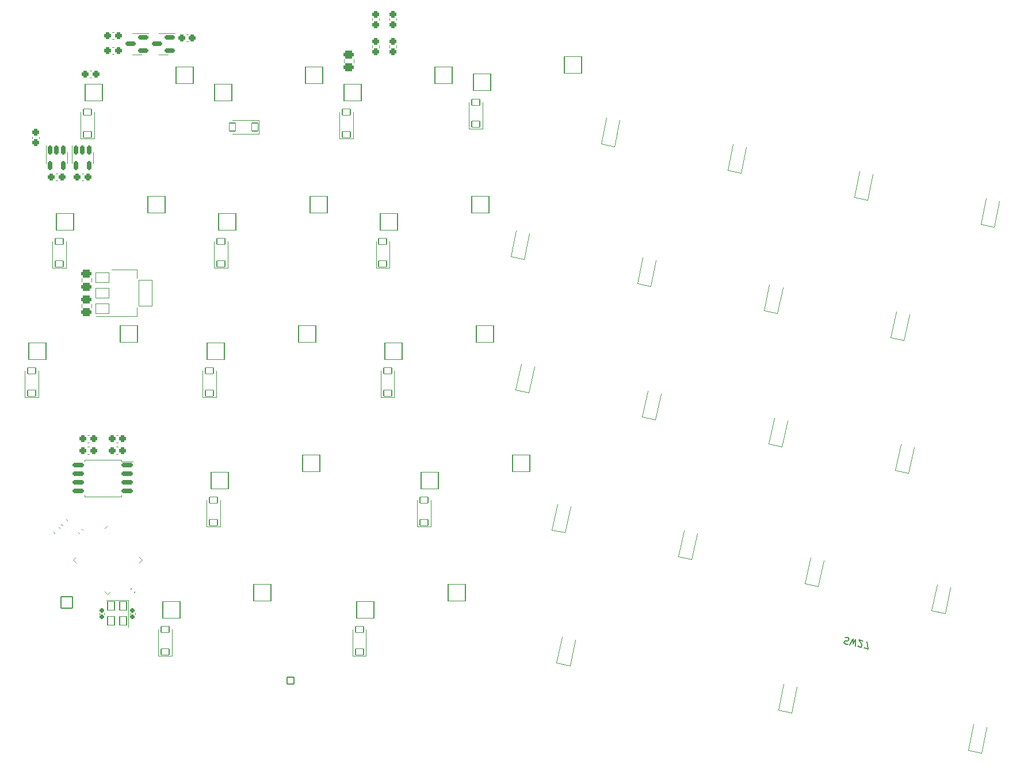
<source format=gbo>
G04 #@! TF.GenerationSoftware,KiCad,Pcbnew,(6.0.9)*
G04 #@! TF.CreationDate,2022-11-13T14:09:38+01:00*
G04 #@! TF.ProjectId,arisu,61726973-752e-46b6-9963-61645f706362,1.1*
G04 #@! TF.SameCoordinates,Original*
G04 #@! TF.FileFunction,Legend,Bot*
G04 #@! TF.FilePolarity,Positive*
%FSLAX46Y46*%
G04 Gerber Fmt 4.6, Leading zero omitted, Abs format (unit mm)*
G04 Created by KiCad (PCBNEW (6.0.9)) date 2022-11-13 14:09:38*
%MOMM*%
%LPD*%
G01*
G04 APERTURE LIST*
G04 Aperture macros list*
%AMRoundRect*
0 Rectangle with rounded corners*
0 $1 Rounding radius*
0 $2 $3 $4 $5 $6 $7 $8 $9 X,Y pos of 4 corners*
0 Add a 4 corners polygon primitive as box body*
4,1,4,$2,$3,$4,$5,$6,$7,$8,$9,$2,$3,0*
0 Add four circle primitives for the rounded corners*
1,1,$1+$1,$2,$3*
1,1,$1+$1,$4,$5*
1,1,$1+$1,$6,$7*
1,1,$1+$1,$8,$9*
0 Add four rect primitives between the rounded corners*
20,1,$1+$1,$2,$3,$4,$5,0*
20,1,$1+$1,$4,$5,$6,$7,0*
20,1,$1+$1,$6,$7,$8,$9,0*
20,1,$1+$1,$8,$9,$2,$3,0*%
G04 Aperture macros list end*
%ADD10C,0.150000*%
%ADD11C,0.120000*%
%ADD12C,3.102000*%
%ADD13C,4.102000*%
%ADD14C,0.902000*%
%ADD15RoundRect,0.051000X-1.507028X-0.957597X0.987249X-1.487772X1.507028X0.957597X-0.987249X1.487772X0*%
%ADD16RoundRect,0.051000X-1.275000X-1.250000X1.275000X-1.250000X1.275000X1.250000X-1.275000X1.250000X0*%
%ADD17RoundRect,0.276000X-0.335876X-0.017678X-0.017678X-0.335876X0.335876X0.017678X0.017678X0.335876X0*%
%ADD18RoundRect,0.051000X0.493328X-0.564913X0.680449X0.315419X-0.493328X0.564913X-0.680449X-0.315419X0*%
%ADD19C,1.802000*%
%ADD20RoundRect,0.051000X0.850000X0.850000X-0.850000X0.850000X-0.850000X-0.850000X0.850000X-0.850000X0*%
%ADD21O,1.802000X1.802000*%
%ADD22C,0.752000*%
%ADD23O,1.102000X2.202000*%
%ADD24O,1.102000X1.702000*%
%ADD25RoundRect,0.051000X0.500000X-0.500000X0.500000X0.500000X-0.500000X0.500000X-0.500000X-0.500000X0*%
%ADD26O,1.102000X1.102000*%
%ADD27RoundRect,0.051000X0.600000X-0.450000X0.600000X0.450000X-0.600000X0.450000X-0.600000X-0.450000X0*%
%ADD28RoundRect,0.276000X-0.225000X-0.250000X0.225000X-0.250000X0.225000X0.250000X-0.225000X0.250000X0*%
%ADD29RoundRect,0.101000X0.238649X0.309359X-0.309359X-0.238649X-0.238649X-0.309359X0.309359X0.238649X0*%
%ADD30RoundRect,0.101000X-0.238649X0.309359X-0.309359X0.238649X0.238649X-0.309359X0.309359X-0.238649X0*%
%ADD31C,0.702000*%
%ADD32RoundRect,0.195000X0.000000X2.059095X-2.059095X0.000000X0.000000X-2.059095X2.059095X0.000000X0*%
%ADD33RoundRect,0.191000X0.219203X0.021213X0.021213X0.219203X-0.219203X-0.021213X-0.021213X-0.219203X0*%
%ADD34RoundRect,0.201000X-0.150000X0.512500X-0.150000X-0.512500X0.150000X-0.512500X0.150000X0.512500X0*%
%ADD35RoundRect,0.276000X0.250000X-0.225000X0.250000X0.225000X-0.250000X0.225000X-0.250000X-0.225000X0*%
%ADD36RoundRect,0.051000X0.450000X0.600000X-0.450000X0.600000X-0.450000X-0.600000X0.450000X-0.600000X0*%
%ADD37RoundRect,0.301000X-0.475000X0.250000X-0.475000X-0.250000X0.475000X-0.250000X0.475000X0.250000X0*%
%ADD38RoundRect,0.191000X-0.170000X0.140000X-0.170000X-0.140000X0.170000X-0.140000X0.170000X0.140000X0*%
%ADD39RoundRect,0.276000X0.225000X0.250000X-0.225000X0.250000X-0.225000X-0.250000X0.225000X-0.250000X0*%
%ADD40RoundRect,0.201000X0.587500X0.150000X-0.587500X0.150000X-0.587500X-0.150000X0.587500X-0.150000X0*%
%ADD41RoundRect,0.301000X0.475000X-0.250000X0.475000X0.250000X-0.475000X0.250000X-0.475000X-0.250000X0*%
%ADD42RoundRect,0.191000X0.170000X-0.140000X0.170000X0.140000X-0.170000X0.140000X-0.170000X-0.140000X0*%
%ADD43RoundRect,0.191000X-0.021213X0.219203X-0.219203X0.021213X0.021213X-0.219203X0.219203X-0.021213X0*%
%ADD44RoundRect,0.201000X0.650000X0.150000X-0.650000X0.150000X-0.650000X-0.150000X0.650000X-0.150000X0*%
%ADD45RoundRect,0.051000X-0.500000X0.650000X-0.500000X-0.650000X0.500000X-0.650000X0.500000X0.650000X0*%
%ADD46RoundRect,0.051000X-1.000000X-0.750000X1.000000X-0.750000X1.000000X0.750000X-1.000000X0.750000X0*%
%ADD47RoundRect,0.051000X-1.000000X-1.900000X1.000000X-1.900000X1.000000X1.900000X-1.000000X1.900000X0*%
G04 APERTURE END LIST*
D10*
X136564062Y-107662867D02*
X136713698Y-107645991D01*
X136946590Y-107695493D01*
X137029846Y-107761873D01*
X137066524Y-107818352D01*
X137093302Y-107921410D01*
X137073501Y-108014566D01*
X137007121Y-108097823D01*
X136950642Y-108134501D01*
X136847585Y-108161278D01*
X136651370Y-108168254D01*
X136548313Y-108195032D01*
X136491834Y-108231710D01*
X136425454Y-108314966D01*
X136405653Y-108408123D01*
X136432430Y-108511180D01*
X136469108Y-108567659D01*
X136552365Y-108634039D01*
X136785257Y-108683542D01*
X136934893Y-108666665D01*
X137251041Y-108782547D02*
X137691845Y-107853902D01*
X137729651Y-108592181D01*
X138064473Y-107933107D01*
X138089454Y-108960757D01*
X138435304Y-108936904D02*
X138471982Y-108993383D01*
X138555238Y-109059763D01*
X138788130Y-109109266D01*
X138891188Y-109082488D01*
X138947667Y-109045810D01*
X139014047Y-108962554D01*
X139033848Y-108869397D01*
X139016971Y-108719761D01*
X138576836Y-108042013D01*
X139182356Y-108170720D01*
X139300494Y-109218172D02*
X139952592Y-109356779D01*
X139741298Y-108289527D01*
D11*
X20765888Y-91405910D02*
X20964699Y-91604721D01*
X20044639Y-92127159D02*
X20243450Y-92325970D01*
X112008319Y-95776472D02*
X112819175Y-91961697D01*
X113964614Y-96192296D02*
X114775470Y-92377520D01*
X113964614Y-96192296D02*
X112008319Y-95776472D01*
X69500001Y-53270002D02*
X69500001Y-49370002D01*
X67500001Y-53270002D02*
X67500001Y-49370002D01*
X69500001Y-53270002D02*
X67500001Y-53270002D01*
X25030996Y-79617966D02*
X25312156Y-79617966D01*
X25030996Y-80637966D02*
X25312156Y-80637966D01*
X125285945Y-79123131D02*
X126096801Y-75308356D01*
X127242240Y-79538955D02*
X125285945Y-79123131D01*
X127242240Y-79538955D02*
X128053096Y-75724179D01*
X102554813Y-35340266D02*
X103365669Y-31525490D01*
X100598518Y-34924442D02*
X101409374Y-31109667D01*
X102554813Y-35340266D02*
X100598518Y-34924442D01*
X28459620Y-100895692D02*
X28000001Y-101355311D01*
X33105312Y-96250000D02*
X32645693Y-95790381D01*
X32645693Y-96709619D02*
X33105312Y-96250000D01*
X27540382Y-91604308D02*
X28000001Y-91144689D01*
X22894690Y-96250000D02*
X23354309Y-96709619D01*
X28000001Y-101355311D02*
X27540382Y-100895692D01*
X23354309Y-95790381D02*
X22894690Y-96250000D01*
X88018527Y-71201677D02*
X88829383Y-67386902D01*
X89974822Y-71617501D02*
X88018527Y-71201677D01*
X89974822Y-71617501D02*
X90785678Y-67802725D01*
X26040002Y-34220002D02*
X26040002Y-30320002D01*
X26040002Y-34220002D02*
X24040002Y-34220002D01*
X24040002Y-34220002D02*
X24040002Y-30320002D01*
X145178284Y-63875786D02*
X145989140Y-60061010D01*
X145178284Y-63875786D02*
X143221989Y-63459962D01*
X143221989Y-63459962D02*
X144032845Y-59645187D01*
X81190001Y-32719615D02*
X81190001Y-28819615D01*
X83190001Y-32719615D02*
X83190001Y-28819615D01*
X83190001Y-32719615D02*
X81190001Y-32719615D01*
X156588170Y-124727779D02*
X157399026Y-120913003D01*
X154631875Y-124311955D02*
X155442731Y-120497180D01*
X156588170Y-124727779D02*
X154631875Y-124311955D01*
X23821694Y-92380811D02*
X23669191Y-92228308D01*
X24330811Y-91871694D02*
X24178308Y-91719191D01*
X18940000Y-37000001D02*
X18940000Y-37800001D01*
X22060000Y-37000001D02*
X22060000Y-36200001D01*
X18940000Y-37000001D02*
X18940000Y-35200001D01*
X22060000Y-37000001D02*
X22060000Y-37800001D01*
X17910000Y-34190581D02*
X17910000Y-33909421D01*
X16890000Y-34190581D02*
X16890000Y-33909421D01*
X50250002Y-31500002D02*
X50250002Y-33500002D01*
X50250002Y-33500002D02*
X46350002Y-33500002D01*
X50250002Y-31500002D02*
X46350002Y-31500002D01*
X96028604Y-111855457D02*
X96839460Y-108040681D01*
X94072309Y-111439633D02*
X94883165Y-107624858D01*
X96028604Y-111855457D02*
X94072309Y-111439633D01*
X29273636Y-79617966D02*
X29554796Y-79617966D01*
X29273636Y-80637966D02*
X29554796Y-80637966D01*
X25635001Y-58588747D02*
X25635001Y-59111251D01*
X24165001Y-58588747D02*
X24165001Y-59111251D01*
X31316957Y-104061759D02*
X31316957Y-104277431D01*
X32036957Y-104061759D02*
X32036957Y-104277431D01*
X45690003Y-53270000D02*
X45690003Y-49370000D01*
X45690003Y-53270000D02*
X43690003Y-53270000D01*
X43690003Y-53270000D02*
X43690003Y-49370000D01*
X20359422Y-39340001D02*
X20640582Y-39340001D01*
X20359422Y-40360001D02*
X20640582Y-40360001D01*
X93374609Y-91815746D02*
X94185465Y-88000971D01*
X95330904Y-92231570D02*
X93374609Y-91815746D01*
X95330904Y-92231570D02*
X96141760Y-88416794D01*
X24159421Y-39340000D02*
X24440581Y-39340000D01*
X24159421Y-40360000D02*
X24440581Y-40360000D01*
X64037500Y-110420002D02*
X64037500Y-106520002D01*
X66037500Y-110420002D02*
X64037500Y-110420002D01*
X66037500Y-110420002D02*
X66037500Y-106520002D01*
X29554794Y-78940910D02*
X29273634Y-78940910D01*
X29554794Y-77920910D02*
X29273634Y-77920910D01*
X69490000Y-16783440D02*
X69490000Y-16502280D01*
X70510000Y-16783440D02*
X70510000Y-16502280D01*
X24165003Y-54788748D02*
X24165003Y-55311252D01*
X25635003Y-54788748D02*
X25635003Y-55311252D01*
X22740001Y-37000000D02*
X22740001Y-35200000D01*
X25860001Y-37000000D02*
X25860001Y-37800000D01*
X22740001Y-37000000D02*
X22740001Y-37800000D01*
X25860001Y-37000000D02*
X25860001Y-36200000D01*
X158455947Y-47222416D02*
X159266803Y-43407640D01*
X158455947Y-47222416D02*
X156499652Y-46806592D01*
X156499652Y-46806592D02*
X157310508Y-42991817D01*
X139822236Y-43261702D02*
X140633092Y-39446926D01*
X139822236Y-43261702D02*
X137865941Y-42845878D01*
X137865941Y-42845878D02*
X138676797Y-39031103D01*
X37462501Y-110419999D02*
X35462501Y-110419999D01*
X37462501Y-110419999D02*
X37462501Y-106519999D01*
X35462501Y-110419999D02*
X35462501Y-106519999D01*
X32300002Y-18690001D02*
X31650002Y-18690001D01*
X32300002Y-21810001D02*
X32950002Y-21810001D01*
X32300002Y-18690001D02*
X33975002Y-18690001D01*
X32300002Y-21810001D02*
X31650002Y-21810001D01*
X68000000Y-20793439D02*
X68000000Y-20512279D01*
X66980000Y-20793439D02*
X66980000Y-20512279D01*
X89277153Y-51993607D02*
X87320858Y-51577783D01*
X87320858Y-51577783D02*
X88131714Y-47763008D01*
X89277153Y-51993607D02*
X90088009Y-48178831D01*
X107910863Y-55954333D02*
X105954568Y-55538509D01*
X107910863Y-55954333D02*
X108721719Y-52139557D01*
X105954568Y-55538509D02*
X106765424Y-51723734D01*
X21877501Y-53269999D02*
X21877501Y-49369999D01*
X21877501Y-53269999D02*
X19877501Y-53269999D01*
X19877501Y-53269999D02*
X19877501Y-49369999D01*
X28940579Y-18490001D02*
X28659419Y-18490001D01*
X28940579Y-19510001D02*
X28659419Y-19510001D01*
X64235002Y-23011253D02*
X64235002Y-22488749D01*
X62765002Y-23011253D02*
X62765002Y-22488749D01*
X70510000Y-20793439D02*
X70510000Y-20512279D01*
X69490000Y-20793439D02*
X69490000Y-20512279D01*
X21897259Y-90274537D02*
X22096070Y-90473348D01*
X21176010Y-90995786D02*
X21374821Y-91194597D01*
X145875952Y-83499682D02*
X146686808Y-79684906D01*
X145875952Y-83499682D02*
X143919657Y-83083858D01*
X143919657Y-83083858D02*
X144730513Y-79269083D01*
X44006249Y-72320001D02*
X44006249Y-68420001D01*
X44006249Y-72320001D02*
X42006249Y-72320001D01*
X42006249Y-72320001D02*
X42006249Y-68420001D01*
X28940581Y-20739999D02*
X28659421Y-20739999D01*
X28940581Y-21759999D02*
X28659421Y-21759999D01*
X27511474Y-104277434D02*
X27511474Y-104061762D01*
X26791474Y-104277434D02*
X26791474Y-104061762D01*
X25640581Y-24240001D02*
X25359421Y-24240001D01*
X25640581Y-25260001D02*
X25359421Y-25260001D01*
X42593750Y-91369997D02*
X42593750Y-87469997D01*
X44593750Y-91369997D02*
X44593750Y-87469997D01*
X44593750Y-91369997D02*
X42593750Y-91369997D01*
X31498649Y-100444674D02*
X31346146Y-100597177D01*
X32007766Y-100953791D02*
X31855263Y-101106294D01*
X126544573Y-59915061D02*
X124588278Y-59499237D01*
X126544573Y-59915061D02*
X127355429Y-56100285D01*
X124588278Y-59499237D02*
X125399134Y-55684462D01*
X66980000Y-16783440D02*
X66980000Y-16502280D01*
X68000000Y-16783440D02*
X68000000Y-16502280D01*
X126681300Y-118370886D02*
X127492156Y-114556111D01*
X128637595Y-118786710D02*
X126681300Y-118370886D01*
X128637595Y-118786710D02*
X129448451Y-114971934D01*
X25030995Y-78940910D02*
X25312155Y-78940910D01*
X25030995Y-77920910D02*
X25312155Y-77920910D01*
X64140001Y-34220001D02*
X64140001Y-30320001D01*
X62140001Y-34220001D02*
X62140001Y-30320001D01*
X64140001Y-34220001D02*
X62140001Y-34220001D01*
X121188523Y-39300984D02*
X121999379Y-35486208D01*
X121188523Y-39300984D02*
X119232228Y-38885160D01*
X119232228Y-38885160D02*
X120043084Y-35070385D01*
X30017895Y-86954186D02*
X30017895Y-86694186D01*
X27292895Y-81504186D02*
X24567895Y-81504186D01*
X27292895Y-86954186D02*
X24567895Y-86954186D01*
X27292895Y-86954186D02*
X30017895Y-86954186D01*
X24567895Y-81504186D02*
X24567895Y-81764186D01*
X30017895Y-81504186D02*
X30017895Y-81764186D01*
X30017895Y-81764186D02*
X31692895Y-81764186D01*
X24567895Y-86954186D02*
X24567895Y-86694186D01*
X27292895Y-81504186D02*
X30017895Y-81504186D01*
X73550001Y-91370002D02*
X73550001Y-87470002D01*
X75550001Y-91370002D02*
X73550001Y-91370002D01*
X75550001Y-91370002D02*
X75550001Y-87470002D01*
X39840580Y-18890000D02*
X39559420Y-18890000D01*
X39840580Y-19910000D02*
X39559420Y-19910000D01*
X31014214Y-102219596D02*
X31014214Y-106119596D01*
X27814214Y-102219596D02*
X31014214Y-102219596D01*
X149275736Y-103697926D02*
X150086592Y-99883151D01*
X151232031Y-104113750D02*
X152042887Y-100298974D01*
X151232031Y-104113750D02*
X149275736Y-103697926D01*
X132598321Y-100153023D02*
X130642026Y-99737199D01*
X130642026Y-99737199D02*
X131452882Y-95922424D01*
X132598321Y-100153023D02*
X133409177Y-96338247D01*
X70200003Y-72319999D02*
X70200003Y-68419999D01*
X70200003Y-72319999D02*
X68200003Y-72319999D01*
X68200003Y-72319999D02*
X68200003Y-68419999D01*
X106652236Y-75162403D02*
X107463092Y-71347628D01*
X108608531Y-75578227D02*
X106652236Y-75162403D01*
X108608531Y-75578227D02*
X109419387Y-71763451D01*
X26300001Y-60360001D02*
X32310001Y-60360001D01*
X32310001Y-53540001D02*
X32310001Y-54800001D01*
X28550001Y-53540001D02*
X32310001Y-53540001D01*
X32310001Y-60360001D02*
X32310001Y-59100001D01*
X15812502Y-72320000D02*
X15812502Y-68420000D01*
X17812502Y-72320000D02*
X17812502Y-68420000D01*
X17812502Y-72320000D02*
X15812502Y-72320000D01*
X36200000Y-18690001D02*
X37875000Y-18690001D01*
X36200000Y-18690001D02*
X35550000Y-18690001D01*
X36200000Y-21810001D02*
X35550000Y-21810001D01*
X36200000Y-21810001D02*
X36850000Y-21810001D01*
%LPC*%
D12*
X138758121Y-72448291D03*
X132018788Y-73612547D03*
D13*
X135217435Y-76889185D03*
D14*
X141792739Y-72408351D03*
X142755534Y-73890925D03*
D15*
X142230545Y-73186377D03*
D14*
X143015424Y-72668240D03*
X141532849Y-73631035D03*
X129290652Y-72306801D03*
X129030762Y-73529486D03*
X128067967Y-72046912D03*
X127808078Y-73269596D03*
D15*
X128546364Y-72874460D03*
D12*
X125480495Y-89101634D03*
D13*
X121939809Y-93542528D03*
D12*
X118741162Y-90265890D03*
D14*
X129477908Y-90544268D03*
X129737798Y-89321583D03*
X128515113Y-89061694D03*
X128255223Y-90284378D03*
D15*
X128952919Y-89839720D03*
D14*
X114790341Y-88700255D03*
X116013026Y-88960144D03*
D15*
X115268738Y-89527803D03*
D14*
X115753136Y-90182829D03*
X114530452Y-89922939D03*
D12*
X140153478Y-111696046D03*
D13*
X136612792Y-116136940D03*
D12*
X133414145Y-112860302D03*
D14*
X144410781Y-111915995D03*
X142928206Y-112878790D03*
X144150891Y-113138680D03*
D15*
X143625902Y-112434132D03*
D14*
X143188096Y-111656106D03*
X129203435Y-112517351D03*
X130686009Y-111554556D03*
D15*
X129941721Y-112122215D03*
D14*
X130426119Y-112777241D03*
X129463324Y-111294667D03*
D13*
X153153480Y-61226021D03*
D12*
X156694166Y-56785127D03*
X149954833Y-57949383D03*
D14*
X160951469Y-57005076D03*
X159728784Y-56745187D03*
D15*
X160166590Y-57523213D03*
D14*
X160691579Y-58227761D03*
X159468894Y-57967871D03*
D15*
X146482409Y-57211296D03*
D14*
X146004012Y-56383748D03*
X146966807Y-57866322D03*
X145744123Y-57606432D03*
X147226697Y-56643637D03*
D12*
X168104050Y-117637117D03*
X161364717Y-118801373D03*
D13*
X164563364Y-122078011D03*
D15*
X171576474Y-118375203D03*
D14*
X171138668Y-117597177D03*
X172361353Y-117857066D03*
X170878778Y-118819861D03*
X172101463Y-119079751D03*
D15*
X157892293Y-118063286D03*
D14*
X157413896Y-117235738D03*
X158376691Y-118718312D03*
X158636581Y-117495627D03*
X157154007Y-118458422D03*
D12*
X138060456Y-52824399D03*
D13*
X134519770Y-57265293D03*
D12*
X131321123Y-53988655D03*
D15*
X141532880Y-53562485D03*
D14*
X142317759Y-53044348D03*
X140835184Y-54007143D03*
X142057869Y-54267033D03*
X141095074Y-52784459D03*
X128592987Y-52682909D03*
X128333097Y-53905594D03*
D15*
X127848699Y-53250568D03*
D14*
X127370302Y-52423020D03*
X127110413Y-53645704D03*
D13*
X129163717Y-36651214D03*
D12*
X132704403Y-32210320D03*
X125965070Y-33374576D03*
D15*
X136176827Y-32948406D03*
D14*
X136701816Y-33652954D03*
X135739021Y-32170380D03*
X135479131Y-33393064D03*
X136961706Y-32430269D03*
X123236934Y-32068830D03*
X122014249Y-31808941D03*
D15*
X122492646Y-32636489D03*
D14*
X122977044Y-33291515D03*
X121754360Y-33031625D03*
D12*
X144598783Y-37335295D03*
D13*
X147797430Y-40611933D03*
D12*
X151338116Y-36171039D03*
D15*
X154810540Y-36909125D03*
D14*
X154112844Y-37353783D03*
X154372734Y-36131099D03*
X155595419Y-36390988D03*
X155335529Y-37613673D03*
X140647962Y-35769660D03*
X141610757Y-37252234D03*
X140388073Y-36992344D03*
D15*
X141126359Y-36597208D03*
D14*
X141870647Y-36029549D03*
D13*
X140573517Y-97503256D03*
D12*
X137374870Y-94226618D03*
X144114203Y-93062362D03*
D14*
X148371506Y-93282311D03*
X146888931Y-94245106D03*
X147148821Y-93022422D03*
X148111616Y-94504996D03*
D15*
X147586627Y-93800448D03*
D14*
X134386844Y-94143557D03*
X133164160Y-93883667D03*
X134646734Y-92920872D03*
X133424049Y-92660983D03*
D15*
X133902446Y-93488531D03*
D12*
X162747913Y-97023088D03*
X156008580Y-98187344D03*
D13*
X159207227Y-101463982D03*
D14*
X167005216Y-97243037D03*
X165522641Y-98205832D03*
X166745326Y-98465722D03*
X165782531Y-96983148D03*
D15*
X166220337Y-97761174D03*
D14*
X153020554Y-98104283D03*
X151797870Y-97844393D03*
X153280444Y-96881598D03*
X152057759Y-96621709D03*
D15*
X152536156Y-97449257D03*
D13*
X166431142Y-44572649D03*
D12*
X163232495Y-41296011D03*
X169971828Y-40131755D03*
D14*
X174229131Y-40351704D03*
X173969241Y-41574389D03*
X172746556Y-41314499D03*
X173006446Y-40091815D03*
D15*
X173444252Y-40869841D03*
D14*
X160244469Y-41212950D03*
D15*
X159760071Y-40557924D03*
D14*
X159021785Y-40953060D03*
X159281674Y-39730376D03*
X160504359Y-39990265D03*
D12*
X101490703Y-64526840D03*
D13*
X97950017Y-68967734D03*
D12*
X94751370Y-65691096D03*
D15*
X104963127Y-65264926D03*
D14*
X104525321Y-64486900D03*
X104265431Y-65709584D03*
X105488116Y-65969474D03*
X105748006Y-64746789D03*
X91763344Y-65608035D03*
X90800549Y-64125461D03*
D15*
X91278946Y-64953009D03*
D14*
X90540660Y-65348145D03*
X92023234Y-64385350D03*
D12*
X100793036Y-44902946D03*
D13*
X97252350Y-49343840D03*
D12*
X94053703Y-46067202D03*
D15*
X104265460Y-45641032D03*
D14*
X103827654Y-44863006D03*
X103567764Y-46085690D03*
X104790449Y-46345580D03*
X105050339Y-45122895D03*
X90102882Y-44501567D03*
X91065677Y-45984141D03*
D15*
X90581279Y-45329115D03*
D14*
X91325567Y-44761456D03*
X89842993Y-45724251D03*
D12*
X92980002Y-23389612D03*
X86630002Y-25929612D03*
D13*
X90440002Y-28469612D03*
D14*
X95940002Y-23969612D03*
X97190002Y-22719612D03*
X97190002Y-23969612D03*
D16*
X96530002Y-23389612D03*
D14*
X95940002Y-22719612D03*
X83690002Y-25219612D03*
D16*
X83080002Y-25929612D03*
D14*
X82440002Y-25219612D03*
X82440002Y-26469612D03*
X83690002Y-26469612D03*
D12*
X79290001Y-43939999D03*
X72940001Y-46479999D03*
D13*
X76750001Y-49019999D03*
D14*
X82250001Y-44519999D03*
D16*
X82840001Y-43939999D03*
D14*
X83500001Y-43269999D03*
X83500001Y-44519999D03*
X82250001Y-43269999D03*
D16*
X69390001Y-46479999D03*
D14*
X68750001Y-45769999D03*
X70000001Y-47019999D03*
X68750001Y-47019999D03*
X70000001Y-45769999D03*
D12*
X69477501Y-103630003D03*
X75827501Y-101090003D03*
D13*
X73287501Y-106170003D03*
D14*
X80037501Y-101670003D03*
X80037501Y-100420003D03*
X78787501Y-100420003D03*
D16*
X79377501Y-101090003D03*
D14*
X78787501Y-101670003D03*
X65287501Y-102920003D03*
X65287501Y-104170003D03*
D16*
X65927501Y-103630003D03*
D14*
X66537501Y-104170003D03*
X66537501Y-102920003D03*
D17*
X19956661Y-91317932D03*
X21052677Y-92413948D03*
D12*
X48530000Y-27430001D03*
X54880000Y-24890001D03*
D13*
X52340000Y-29970001D03*
D14*
X59090000Y-24220001D03*
X59090000Y-25470001D03*
D16*
X58430000Y-24890001D03*
D14*
X57840000Y-24220001D03*
X57840000Y-25470001D03*
X45590000Y-26720001D03*
X44340000Y-26720001D03*
D16*
X44980000Y-27430001D03*
D14*
X44340000Y-27970001D03*
X45590000Y-27970001D03*
D12*
X79990001Y-62990001D03*
D13*
X77450001Y-68070001D03*
D12*
X73640001Y-65530001D03*
D14*
X82950001Y-63570001D03*
X84200001Y-63570001D03*
X82950001Y-62320001D03*
D16*
X83540001Y-62990001D03*
D14*
X84200001Y-62320001D03*
D16*
X70090001Y-65530001D03*
D14*
X70700001Y-64820001D03*
X69450001Y-66070001D03*
X69450001Y-64820001D03*
X70700001Y-66070001D03*
D13*
X51256250Y-68070001D03*
D12*
X47446250Y-65530001D03*
X53796250Y-62990001D03*
D14*
X58006250Y-63570001D03*
D16*
X57346250Y-62990001D03*
D14*
X58006250Y-62320001D03*
X56756250Y-63570001D03*
X56756250Y-62320001D03*
X44506250Y-66070001D03*
X43256250Y-66070001D03*
X43256250Y-64820001D03*
D16*
X43896250Y-65530001D03*
D14*
X44506250Y-64820001D03*
D12*
X73930001Y-24890000D03*
D13*
X71390001Y-29970000D03*
D12*
X67580001Y-27430000D03*
D14*
X78140001Y-24220000D03*
X78140001Y-25470000D03*
X76890001Y-25470000D03*
X76890001Y-24220000D03*
D16*
X77480001Y-24890000D03*
X64030001Y-27430000D03*
D14*
X63390001Y-27970000D03*
X63390001Y-26720000D03*
X64640001Y-27970000D03*
X64640001Y-26720000D03*
D12*
X120124411Y-68487566D03*
X113385078Y-69651822D03*
D13*
X116583725Y-72928460D03*
D14*
X124381714Y-68707515D03*
X123159029Y-68447626D03*
D15*
X123596835Y-69225652D03*
D14*
X122899139Y-69670310D03*
X124121824Y-69930200D03*
X109174368Y-69308871D03*
X110397052Y-69568761D03*
D15*
X109912654Y-68913735D03*
D14*
X110656942Y-68346076D03*
X109434257Y-68086187D03*
D13*
X115886059Y-53304564D03*
D12*
X119426745Y-48863670D03*
X112687412Y-50027926D03*
D14*
X122461363Y-48823730D03*
X123424158Y-50306304D03*
D15*
X122899169Y-49601756D03*
D14*
X123684048Y-49083619D03*
X122201473Y-50046414D03*
X108736591Y-48462291D03*
X109959276Y-48722180D03*
X109699386Y-49944865D03*
D15*
X109214988Y-49289839D03*
D14*
X108476702Y-49684975D03*
D13*
X104003798Y-109205688D03*
D12*
X107544484Y-104764794D03*
X100805151Y-105929050D03*
D14*
X111541897Y-106207428D03*
X110579102Y-104724854D03*
X110319212Y-105947538D03*
X111801787Y-104984743D03*
D15*
X111016908Y-105502880D03*
X97332727Y-105190963D03*
D14*
X97817125Y-105845989D03*
X96594441Y-105586099D03*
X98077015Y-104623304D03*
X96854330Y-104363415D03*
D12*
X78990002Y-84580001D03*
D13*
X82800002Y-87120001D03*
D12*
X85340002Y-82040001D03*
D14*
X88300002Y-81370001D03*
X89550002Y-81370001D03*
X88300002Y-82620001D03*
X89550002Y-82620001D03*
D16*
X88890002Y-82040001D03*
D14*
X74800002Y-85120001D03*
X76050002Y-83870001D03*
X76050002Y-85120001D03*
D16*
X75440002Y-84580001D03*
D14*
X74800002Y-83870001D03*
D12*
X49130001Y-46480002D03*
D13*
X52940001Y-49020002D03*
D12*
X55480001Y-43940002D03*
D14*
X58440001Y-43270002D03*
X59690001Y-44520002D03*
X58440001Y-44520002D03*
X59690001Y-43270002D03*
D16*
X59030001Y-43940002D03*
X45580001Y-46480002D03*
D14*
X44940001Y-47020002D03*
X46190001Y-47020002D03*
X46190001Y-45770002D03*
X44940001Y-45770002D03*
D12*
X106846783Y-85140908D03*
X100107450Y-86305164D03*
D13*
X103306097Y-89581802D03*
D14*
X109881401Y-85100968D03*
X110844196Y-86583542D03*
D15*
X110319207Y-85878994D03*
D14*
X111104086Y-85360857D03*
X109621511Y-86323652D03*
X97119424Y-86222103D03*
X96156629Y-84739529D03*
D15*
X96635026Y-85567077D03*
D14*
X97379314Y-84999418D03*
X95896740Y-85962213D03*
D13*
X51843752Y-87120001D03*
D12*
X54383752Y-82040001D03*
X48033752Y-84580001D03*
D14*
X57343752Y-82620001D03*
X58593752Y-81370001D03*
X57343752Y-81370001D03*
X58593752Y-82620001D03*
D16*
X57933752Y-82040001D03*
X44483752Y-84580001D03*
D14*
X43843752Y-85120001D03*
X45093752Y-83870001D03*
X43843752Y-83870001D03*
X45093752Y-85120001D03*
D13*
X110530007Y-32690497D03*
D12*
X114070693Y-28249603D03*
X107331360Y-29413859D03*
D14*
X117105311Y-28209663D03*
X118068106Y-29692237D03*
D15*
X117543117Y-28987689D03*
D14*
X116845421Y-29432347D03*
X118327996Y-28469552D03*
X104343334Y-29330798D03*
X103120650Y-29070908D03*
X104603224Y-28108113D03*
X103380539Y-27848224D03*
D15*
X103858936Y-28675772D03*
D12*
X35830001Y-24890003D03*
D13*
X33290001Y-29970003D03*
D12*
X29480001Y-27430003D03*
D14*
X40040001Y-24220003D03*
D16*
X39380001Y-24890003D03*
D14*
X38790001Y-25470003D03*
X38790001Y-24220003D03*
X40040001Y-25470003D03*
X25290001Y-26720003D03*
D16*
X25930001Y-27430003D03*
D14*
X25290001Y-27970003D03*
X26540001Y-27970003D03*
X26540001Y-26720003D03*
D13*
X44712503Y-106169999D03*
D12*
X47252503Y-101089999D03*
X40902503Y-103629999D03*
D14*
X50212503Y-100419999D03*
D16*
X50802503Y-101089999D03*
D14*
X51462503Y-101669999D03*
X51462503Y-100419999D03*
X50212503Y-101669999D03*
X36712503Y-104169999D03*
X36712503Y-102919999D03*
X37962503Y-104169999D03*
X37962503Y-102919999D03*
D16*
X37352503Y-103629999D03*
D13*
X25062501Y-68070000D03*
D12*
X21252501Y-65530000D03*
X27602501Y-62990000D03*
D14*
X31812501Y-63570000D03*
X30562501Y-63570000D03*
X31812501Y-62320000D03*
X30562501Y-62320000D03*
D16*
X31152501Y-62990000D03*
D14*
X18312501Y-66070000D03*
X18312501Y-64820000D03*
D16*
X17702501Y-65530000D03*
D14*
X17062501Y-64820000D03*
X17062501Y-66070000D03*
D18*
X113111214Y-95397496D03*
X113797322Y-92169608D03*
D19*
X18000000Y-27500000D03*
X18000000Y-20500000D03*
D20*
X22014923Y-102500000D03*
D21*
X22014923Y-99960000D03*
D22*
X52110000Y-20360021D03*
X57890000Y-20360021D03*
D23*
X50680000Y-20860021D03*
D24*
X50680000Y-16680021D03*
X59320000Y-16680021D03*
D23*
X59320000Y-20860021D03*
D25*
X54960000Y-114000000D03*
D26*
X56230000Y-114000000D03*
X57500000Y-114000000D03*
D12*
X31667498Y-43940002D03*
X25317498Y-46480002D03*
D13*
X29127498Y-49020002D03*
D14*
X34627498Y-43270002D03*
X35877498Y-43270002D03*
X35877498Y-44520002D03*
D16*
X35217498Y-43940002D03*
D14*
X34627498Y-44520002D03*
X21127498Y-45770002D03*
X22377498Y-47020002D03*
X21127498Y-47020002D03*
X22377498Y-45770002D03*
D16*
X21767498Y-46480002D03*
D27*
X68500001Y-52670002D03*
X68500001Y-49370002D03*
D28*
X24396576Y-80127966D03*
X25946576Y-80127966D03*
D18*
X126388840Y-78744155D03*
X127074948Y-75516267D03*
X101701413Y-34545466D03*
X102387521Y-31317578D03*
D29*
X28592203Y-91980843D03*
X28875046Y-92263686D03*
X29157888Y-92546528D03*
X29440731Y-92829371D03*
X29723574Y-93112214D03*
X30006416Y-93395056D03*
X30289259Y-93677899D03*
X30572102Y-93960742D03*
X30854945Y-94243585D03*
X31137787Y-94526427D03*
X31420630Y-94809270D03*
X31703473Y-95092113D03*
X31986315Y-95374955D03*
X32269158Y-95657798D03*
D30*
X32269158Y-96842202D03*
X31986315Y-97125045D03*
X31703473Y-97407887D03*
X31420630Y-97690730D03*
X31137787Y-97973573D03*
X30854945Y-98256415D03*
X30572102Y-98539258D03*
X30289259Y-98822101D03*
X30006416Y-99104944D03*
X29723574Y-99387786D03*
X29440731Y-99670629D03*
X29157888Y-99953472D03*
X28875046Y-100236314D03*
X28592203Y-100519157D03*
D29*
X27407799Y-100519157D03*
X27124956Y-100236314D03*
X26842114Y-99953472D03*
X26559271Y-99670629D03*
X26276428Y-99387786D03*
X25993586Y-99104944D03*
X25710743Y-98822101D03*
X25427900Y-98539258D03*
X25145057Y-98256415D03*
X24862215Y-97973573D03*
X24579372Y-97690730D03*
X24296529Y-97407887D03*
X24013687Y-97125045D03*
X23730844Y-96842202D03*
D30*
X23730844Y-95657798D03*
X24013687Y-95374955D03*
X24296529Y-95092113D03*
X24579372Y-94809270D03*
X24862215Y-94526427D03*
X25145057Y-94243585D03*
X25427900Y-93960742D03*
X25710743Y-93677899D03*
X25993586Y-93395056D03*
X26276428Y-93112214D03*
X26559271Y-92829371D03*
X26842114Y-92546528D03*
X27124956Y-92263686D03*
X27407799Y-91980843D03*
D31*
X29803123Y-96250000D03*
X27098440Y-95348439D03*
X28901562Y-97151561D03*
X28901562Y-95348439D03*
X27098440Y-97151561D03*
X28000001Y-96250000D03*
X26196879Y-96250000D03*
X28000001Y-98053122D03*
D32*
X28000001Y-96250000D03*
D31*
X28000001Y-94446878D03*
D18*
X89121422Y-70822701D03*
X89807530Y-67594813D03*
D27*
X25040002Y-33620002D03*
X25040002Y-30320002D03*
D18*
X144324884Y-63080986D03*
X145010992Y-59853098D03*
D27*
X82190001Y-32119615D03*
X82190001Y-28819615D03*
D18*
X155734770Y-123932979D03*
X156420878Y-120705091D03*
D33*
X24339412Y-92389412D03*
X23660590Y-91710590D03*
D34*
X19550000Y-35862501D03*
X20500000Y-35862501D03*
X21450000Y-35862501D03*
X21450000Y-38137501D03*
X19550000Y-38137501D03*
D35*
X17400000Y-34825001D03*
X17400000Y-33275001D03*
D36*
X49650002Y-32500002D03*
X46350002Y-32500002D03*
D18*
X95175204Y-111060657D03*
X95861312Y-107832769D03*
D28*
X28639216Y-80127966D03*
X30189216Y-80127966D03*
D37*
X24900001Y-57899999D03*
X24900001Y-59799999D03*
D38*
X31676957Y-103689595D03*
X31676957Y-104649595D03*
D27*
X44690003Y-52670000D03*
X44690003Y-49370000D03*
D28*
X19725002Y-39850001D03*
X21275002Y-39850001D03*
D18*
X94477504Y-91436770D03*
X95163612Y-88208882D03*
D28*
X23525001Y-39850000D03*
X25075001Y-39850000D03*
D27*
X65037500Y-109820002D03*
X65037500Y-106520002D03*
D39*
X30189214Y-78430910D03*
X28639214Y-78430910D03*
D35*
X70000000Y-17417860D03*
X70000000Y-15867860D03*
D37*
X24900003Y-54100000D03*
X24900003Y-56000000D03*
D34*
X23350001Y-35862500D03*
X24300001Y-35862500D03*
X25250001Y-35862500D03*
X25250001Y-38137500D03*
X23350001Y-38137500D03*
D18*
X157602547Y-46427616D03*
X158288655Y-43199728D03*
X138968836Y-42466902D03*
X139654944Y-39239014D03*
D27*
X36462501Y-109819999D03*
X36462501Y-106519999D03*
D40*
X33237502Y-19300001D03*
X33237502Y-21200001D03*
X31362502Y-20250001D03*
D35*
X67490000Y-21427859D03*
X67490000Y-19877859D03*
D18*
X88423753Y-51198807D03*
X89109861Y-47970919D03*
X107057463Y-55159533D03*
X107743571Y-51931645D03*
D27*
X20877501Y-52669999D03*
X20877501Y-49369999D03*
D39*
X29574999Y-19000001D03*
X28024999Y-19000001D03*
D41*
X63500002Y-23700001D03*
X63500002Y-21800001D03*
D35*
X70000000Y-21427859D03*
X70000000Y-19877859D03*
D17*
X21088032Y-90186559D03*
X22184048Y-91282575D03*
D18*
X145022552Y-82704882D03*
X145708660Y-79476994D03*
D27*
X43006249Y-71720001D03*
X43006249Y-68420001D03*
D39*
X29575001Y-21249999D03*
X28025001Y-21249999D03*
D42*
X27151474Y-104649598D03*
X27151474Y-103689598D03*
D39*
X26275001Y-24750001D03*
X24725001Y-24750001D03*
D27*
X43593750Y-90769997D03*
X43593750Y-87469997D03*
D43*
X32016367Y-100436073D03*
X31337545Y-101114895D03*
D18*
X125691173Y-59120261D03*
X126377281Y-55892373D03*
D35*
X67490000Y-17417860D03*
X67490000Y-15867860D03*
D18*
X127784195Y-117991910D03*
X128470303Y-114764022D03*
D28*
X24396575Y-78430910D03*
X25946575Y-78430910D03*
D27*
X63140001Y-33620001D03*
X63140001Y-30320001D03*
D18*
X120335123Y-38506184D03*
X121021231Y-35278296D03*
D44*
X30892895Y-82324186D03*
X30892895Y-83594186D03*
X30892895Y-84864186D03*
X30892895Y-86134186D03*
X23692895Y-86134186D03*
X23692895Y-84864186D03*
X23692895Y-83594186D03*
X23692895Y-82324186D03*
D27*
X74550001Y-90770002D03*
X74550001Y-87470002D03*
D39*
X40475000Y-19400000D03*
X38925000Y-19400000D03*
D45*
X30314214Y-103069596D03*
X30314214Y-105269596D03*
X28514214Y-105269596D03*
X28514214Y-103069596D03*
D18*
X150378631Y-103318950D03*
X151064739Y-100091062D03*
X131744921Y-99358223D03*
X132431029Y-96130335D03*
D27*
X69200003Y-71719999D03*
X69200003Y-68419999D03*
D18*
X107755131Y-74783427D03*
X108441239Y-71555539D03*
D46*
X27250001Y-59250001D03*
X27250001Y-56950001D03*
D47*
X33550001Y-56950001D03*
D46*
X27250001Y-54650001D03*
D27*
X16812502Y-71720000D03*
X16812502Y-68420000D03*
D40*
X37137500Y-19300001D03*
X37137500Y-21200001D03*
X35262500Y-20250001D03*
D12*
X157391831Y-76409020D03*
D13*
X153851145Y-80849914D03*
D12*
X150652498Y-77573276D03*
D14*
X161389244Y-77851654D03*
X160166559Y-77591764D03*
X161649134Y-76628969D03*
D15*
X160864255Y-77147106D03*
D14*
X160426449Y-76369080D03*
X146441788Y-77230325D03*
X147664472Y-77490215D03*
X146701677Y-76007641D03*
D15*
X147180074Y-76835189D03*
D14*
X147924362Y-76267530D03*
M02*

</source>
